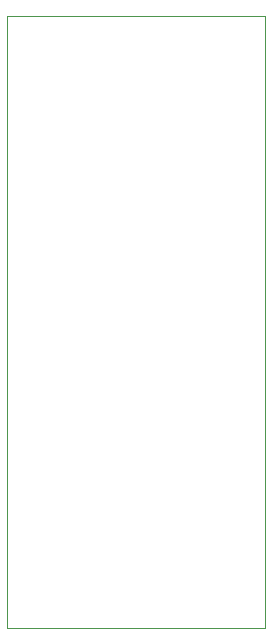
<source format=gbr>
%TF.GenerationSoftware,KiCad,Pcbnew,(6.0.5)*%
%TF.CreationDate,2022-06-15T22:45:41+02:00*%
%TF.ProjectId,picoESP12F,7069636f-4553-4503-9132-462e6b696361,rev?*%
%TF.SameCoordinates,Original*%
%TF.FileFunction,Profile,NP*%
%FSLAX46Y46*%
G04 Gerber Fmt 4.6, Leading zero omitted, Abs format (unit mm)*
G04 Created by KiCad (PCBNEW (6.0.5)) date 2022-06-15 22:45:41*
%MOMM*%
%LPD*%
G01*
G04 APERTURE LIST*
%TA.AperFunction,Profile*%
%ADD10C,0.100000*%
%TD*%
G04 APERTURE END LIST*
D10*
X141224000Y-84328000D02*
X141224000Y-119380000D01*
X163068000Y-84328000D02*
X163068000Y-119380000D01*
X163068000Y-67564000D02*
X141224000Y-67564000D01*
X141224000Y-84328000D02*
X141224000Y-67564000D01*
X163068000Y-119380000D02*
X141224000Y-119380000D01*
X163068000Y-67564000D02*
X163068000Y-84328000D01*
M02*

</source>
